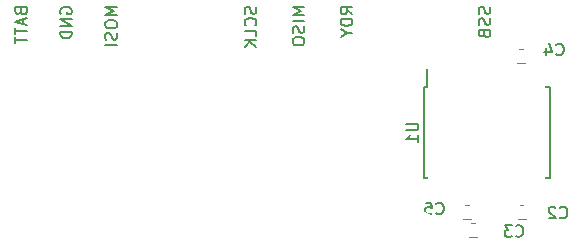
<source format=gbo>
G04 #@! TF.FileFunction,Legend,Bot*
%FSLAX46Y46*%
G04 Gerber Fmt 4.6, Leading zero omitted, Abs format (unit mm)*
G04 Created by KiCad (PCBNEW 4.0.6) date 08/03/17 08:27:10*
%MOMM*%
%LPD*%
G01*
G04 APERTURE LIST*
%ADD10C,0.100000*%
%ADD11C,0.200000*%
%ADD12C,0.120000*%
%ADD13C,0.150000*%
%ADD14C,2.400000*%
%ADD15C,3.400000*%
%ADD16C,6.400000*%
%ADD17R,1.600000X1.150000*%
%ADD18R,1.000000X1.900000*%
%ADD19R,2.100000X2.100000*%
%ADD20O,2.100000X2.100000*%
%ADD21R,3.400000X3.400000*%
G04 APERTURE END LIST*
D10*
D11*
X66063762Y-22288476D02*
X66111381Y-22431333D01*
X66111381Y-22669429D01*
X66063762Y-22764667D01*
X66016143Y-22812286D01*
X65920905Y-22859905D01*
X65825667Y-22859905D01*
X65730429Y-22812286D01*
X65682810Y-22764667D01*
X65635190Y-22669429D01*
X65587571Y-22478952D01*
X65539952Y-22383714D01*
X65492333Y-22336095D01*
X65397095Y-22288476D01*
X65301857Y-22288476D01*
X65206619Y-22336095D01*
X65159000Y-22383714D01*
X65111381Y-22478952D01*
X65111381Y-22717048D01*
X65159000Y-22859905D01*
X66063762Y-23240857D02*
X66111381Y-23383714D01*
X66111381Y-23621810D01*
X66063762Y-23717048D01*
X66016143Y-23764667D01*
X65920905Y-23812286D01*
X65825667Y-23812286D01*
X65730429Y-23764667D01*
X65682810Y-23717048D01*
X65635190Y-23621810D01*
X65587571Y-23431333D01*
X65539952Y-23336095D01*
X65492333Y-23288476D01*
X65397095Y-23240857D01*
X65301857Y-23240857D01*
X65206619Y-23288476D01*
X65159000Y-23336095D01*
X65111381Y-23431333D01*
X65111381Y-23669429D01*
X65159000Y-23812286D01*
X65587571Y-24574191D02*
X65635190Y-24717048D01*
X65682810Y-24764667D01*
X65778048Y-24812286D01*
X65920905Y-24812286D01*
X66016143Y-24764667D01*
X66063762Y-24717048D01*
X66111381Y-24621810D01*
X66111381Y-24240857D01*
X65111381Y-24240857D01*
X65111381Y-24574191D01*
X65159000Y-24669429D01*
X65206619Y-24717048D01*
X65301857Y-24764667D01*
X65397095Y-24764667D01*
X65492333Y-24717048D01*
X65539952Y-24669429D01*
X65587571Y-24574191D01*
X65587571Y-24240857D01*
X54427381Y-22907524D02*
X53951190Y-22574190D01*
X54427381Y-22336095D02*
X53427381Y-22336095D01*
X53427381Y-22717048D01*
X53475000Y-22812286D01*
X53522619Y-22859905D01*
X53617857Y-22907524D01*
X53760714Y-22907524D01*
X53855952Y-22859905D01*
X53903571Y-22812286D01*
X53951190Y-22717048D01*
X53951190Y-22336095D01*
X54427381Y-23336095D02*
X53427381Y-23336095D01*
X53427381Y-23574190D01*
X53475000Y-23717048D01*
X53570238Y-23812286D01*
X53665476Y-23859905D01*
X53855952Y-23907524D01*
X53998810Y-23907524D01*
X54189286Y-23859905D01*
X54284524Y-23812286D01*
X54379762Y-23717048D01*
X54427381Y-23574190D01*
X54427381Y-23336095D01*
X53951190Y-24526571D02*
X54427381Y-24526571D01*
X53427381Y-24193238D02*
X53951190Y-24526571D01*
X53427381Y-24859905D01*
X50363381Y-22336095D02*
X49363381Y-22336095D01*
X50077667Y-22669429D01*
X49363381Y-23002762D01*
X50363381Y-23002762D01*
X50363381Y-23478952D02*
X49363381Y-23478952D01*
X50315762Y-23907523D02*
X50363381Y-24050380D01*
X50363381Y-24288476D01*
X50315762Y-24383714D01*
X50268143Y-24431333D01*
X50172905Y-24478952D01*
X50077667Y-24478952D01*
X49982429Y-24431333D01*
X49934810Y-24383714D01*
X49887190Y-24288476D01*
X49839571Y-24097999D01*
X49791952Y-24002761D01*
X49744333Y-23955142D01*
X49649095Y-23907523D01*
X49553857Y-23907523D01*
X49458619Y-23955142D01*
X49411000Y-24002761D01*
X49363381Y-24097999D01*
X49363381Y-24336095D01*
X49411000Y-24478952D01*
X49363381Y-25097999D02*
X49363381Y-25288476D01*
X49411000Y-25383714D01*
X49506238Y-25478952D01*
X49696714Y-25526571D01*
X50030048Y-25526571D01*
X50220524Y-25478952D01*
X50315762Y-25383714D01*
X50363381Y-25288476D01*
X50363381Y-25097999D01*
X50315762Y-25002761D01*
X50220524Y-24907523D01*
X50030048Y-24859904D01*
X49696714Y-24859904D01*
X49506238Y-24907523D01*
X49411000Y-25002761D01*
X49363381Y-25097999D01*
X46251762Y-22288476D02*
X46299381Y-22431333D01*
X46299381Y-22669429D01*
X46251762Y-22764667D01*
X46204143Y-22812286D01*
X46108905Y-22859905D01*
X46013667Y-22859905D01*
X45918429Y-22812286D01*
X45870810Y-22764667D01*
X45823190Y-22669429D01*
X45775571Y-22478952D01*
X45727952Y-22383714D01*
X45680333Y-22336095D01*
X45585095Y-22288476D01*
X45489857Y-22288476D01*
X45394619Y-22336095D01*
X45347000Y-22383714D01*
X45299381Y-22478952D01*
X45299381Y-22717048D01*
X45347000Y-22859905D01*
X46204143Y-23859905D02*
X46251762Y-23812286D01*
X46299381Y-23669429D01*
X46299381Y-23574191D01*
X46251762Y-23431333D01*
X46156524Y-23336095D01*
X46061286Y-23288476D01*
X45870810Y-23240857D01*
X45727952Y-23240857D01*
X45537476Y-23288476D01*
X45442238Y-23336095D01*
X45347000Y-23431333D01*
X45299381Y-23574191D01*
X45299381Y-23669429D01*
X45347000Y-23812286D01*
X45394619Y-23859905D01*
X46299381Y-24764667D02*
X46299381Y-24288476D01*
X45299381Y-24288476D01*
X46299381Y-25098000D02*
X45299381Y-25098000D01*
X46299381Y-25669429D02*
X45727952Y-25240857D01*
X45299381Y-25669429D02*
X45870810Y-25098000D01*
X34511381Y-22336095D02*
X33511381Y-22336095D01*
X34225667Y-22669429D01*
X33511381Y-23002762D01*
X34511381Y-23002762D01*
X33511381Y-23669428D02*
X33511381Y-23859905D01*
X33559000Y-23955143D01*
X33654238Y-24050381D01*
X33844714Y-24098000D01*
X34178048Y-24098000D01*
X34368524Y-24050381D01*
X34463762Y-23955143D01*
X34511381Y-23859905D01*
X34511381Y-23669428D01*
X34463762Y-23574190D01*
X34368524Y-23478952D01*
X34178048Y-23431333D01*
X33844714Y-23431333D01*
X33654238Y-23478952D01*
X33559000Y-23574190D01*
X33511381Y-23669428D01*
X34463762Y-24478952D02*
X34511381Y-24621809D01*
X34511381Y-24859905D01*
X34463762Y-24955143D01*
X34416143Y-25002762D01*
X34320905Y-25050381D01*
X34225667Y-25050381D01*
X34130429Y-25002762D01*
X34082810Y-24955143D01*
X34035190Y-24859905D01*
X33987571Y-24669428D01*
X33939952Y-24574190D01*
X33892333Y-24526571D01*
X33797095Y-24478952D01*
X33701857Y-24478952D01*
X33606619Y-24526571D01*
X33559000Y-24574190D01*
X33511381Y-24669428D01*
X33511381Y-24907524D01*
X33559000Y-25050381D01*
X34511381Y-25478952D02*
X33511381Y-25478952D01*
X29726000Y-22859905D02*
X29678381Y-22764667D01*
X29678381Y-22621810D01*
X29726000Y-22478952D01*
X29821238Y-22383714D01*
X29916476Y-22336095D01*
X30106952Y-22288476D01*
X30249810Y-22288476D01*
X30440286Y-22336095D01*
X30535524Y-22383714D01*
X30630762Y-22478952D01*
X30678381Y-22621810D01*
X30678381Y-22717048D01*
X30630762Y-22859905D01*
X30583143Y-22907524D01*
X30249810Y-22907524D01*
X30249810Y-22717048D01*
X30678381Y-23336095D02*
X29678381Y-23336095D01*
X30678381Y-23907524D01*
X29678381Y-23907524D01*
X30678381Y-24383714D02*
X29678381Y-24383714D01*
X29678381Y-24621809D01*
X29726000Y-24764667D01*
X29821238Y-24859905D01*
X29916476Y-24907524D01*
X30106952Y-24955143D01*
X30249810Y-24955143D01*
X30440286Y-24907524D01*
X30535524Y-24859905D01*
X30630762Y-24764667D01*
X30678381Y-24621809D01*
X30678381Y-24383714D01*
X26344571Y-22669429D02*
X26392190Y-22812286D01*
X26439810Y-22859905D01*
X26535048Y-22907524D01*
X26677905Y-22907524D01*
X26773143Y-22859905D01*
X26820762Y-22812286D01*
X26868381Y-22717048D01*
X26868381Y-22336095D01*
X25868381Y-22336095D01*
X25868381Y-22669429D01*
X25916000Y-22764667D01*
X25963619Y-22812286D01*
X26058857Y-22859905D01*
X26154095Y-22859905D01*
X26249333Y-22812286D01*
X26296952Y-22764667D01*
X26344571Y-22669429D01*
X26344571Y-22336095D01*
X26582667Y-23288476D02*
X26582667Y-23764667D01*
X26868381Y-23193238D02*
X25868381Y-23526571D01*
X26868381Y-23859905D01*
X25868381Y-24050381D02*
X25868381Y-24621810D01*
X26868381Y-24336095D02*
X25868381Y-24336095D01*
X25868381Y-24812286D02*
X25868381Y-25383715D01*
X26868381Y-25098000D02*
X25868381Y-25098000D01*
D12*
X68446000Y-40284000D02*
X69146000Y-40284000D01*
X69146000Y-39084000D02*
X68446000Y-39084000D01*
X64316000Y-41808000D02*
X65016000Y-41808000D01*
X65016000Y-40608000D02*
X64316000Y-40608000D01*
X68380000Y-27076000D02*
X69080000Y-27076000D01*
X69080000Y-25876000D02*
X68380000Y-25876000D01*
X63808000Y-40284000D02*
X64508000Y-40284000D01*
X64508000Y-39084000D02*
X63808000Y-39084000D01*
D13*
X60484000Y-29055000D02*
X60759000Y-29055000D01*
X60484000Y-36805000D02*
X60839000Y-36805000D01*
X71134000Y-36805000D02*
X70779000Y-36805000D01*
X71134000Y-29055000D02*
X70779000Y-29055000D01*
X60484000Y-29055000D02*
X60484000Y-36805000D01*
X71134000Y-29055000D02*
X71134000Y-36805000D01*
X60759000Y-29055000D02*
X60759000Y-27530000D01*
X71995666Y-40101143D02*
X72043285Y-40148762D01*
X72186142Y-40196381D01*
X72281380Y-40196381D01*
X72424238Y-40148762D01*
X72519476Y-40053524D01*
X72567095Y-39958286D01*
X72614714Y-39767810D01*
X72614714Y-39624952D01*
X72567095Y-39434476D01*
X72519476Y-39339238D01*
X72424238Y-39244000D01*
X72281380Y-39196381D01*
X72186142Y-39196381D01*
X72043285Y-39244000D01*
X71995666Y-39291619D01*
X71614714Y-39291619D02*
X71567095Y-39244000D01*
X71471857Y-39196381D01*
X71233761Y-39196381D01*
X71138523Y-39244000D01*
X71090904Y-39291619D01*
X71043285Y-39386857D01*
X71043285Y-39482095D01*
X71090904Y-39624952D01*
X71662333Y-40196381D01*
X71043285Y-40196381D01*
X68261666Y-41672143D02*
X68309285Y-41719762D01*
X68452142Y-41767381D01*
X68547380Y-41767381D01*
X68690238Y-41719762D01*
X68785476Y-41624524D01*
X68833095Y-41529286D01*
X68880714Y-41338810D01*
X68880714Y-41195952D01*
X68833095Y-41005476D01*
X68785476Y-40910238D01*
X68690238Y-40815000D01*
X68547380Y-40767381D01*
X68452142Y-40767381D01*
X68309285Y-40815000D01*
X68261666Y-40862619D01*
X67928333Y-40767381D02*
X67309285Y-40767381D01*
X67642619Y-41148333D01*
X67499761Y-41148333D01*
X67404523Y-41195952D01*
X67356904Y-41243571D01*
X67309285Y-41338810D01*
X67309285Y-41576905D01*
X67356904Y-41672143D01*
X67404523Y-41719762D01*
X67499761Y-41767381D01*
X67785476Y-41767381D01*
X67880714Y-41719762D01*
X67928333Y-41672143D01*
X71690666Y-26305143D02*
X71738285Y-26352762D01*
X71881142Y-26400381D01*
X71976380Y-26400381D01*
X72119238Y-26352762D01*
X72214476Y-26257524D01*
X72262095Y-26162286D01*
X72309714Y-25971810D01*
X72309714Y-25828952D01*
X72262095Y-25638476D01*
X72214476Y-25543238D01*
X72119238Y-25448000D01*
X71976380Y-25400381D01*
X71881142Y-25400381D01*
X71738285Y-25448000D01*
X71690666Y-25495619D01*
X70833523Y-25733714D02*
X70833523Y-26400381D01*
X71071619Y-25352762D02*
X71309714Y-26067048D01*
X70690666Y-26067048D01*
X61530666Y-39767143D02*
X61578285Y-39814762D01*
X61721142Y-39862381D01*
X61816380Y-39862381D01*
X61959238Y-39814762D01*
X62054476Y-39719524D01*
X62102095Y-39624286D01*
X62149714Y-39433810D01*
X62149714Y-39290952D01*
X62102095Y-39100476D01*
X62054476Y-39005238D01*
X61959238Y-38910000D01*
X61816380Y-38862381D01*
X61721142Y-38862381D01*
X61578285Y-38910000D01*
X61530666Y-38957619D01*
X60625904Y-38862381D02*
X61102095Y-38862381D01*
X61149714Y-39338571D01*
X61102095Y-39290952D01*
X61006857Y-39243333D01*
X60768761Y-39243333D01*
X60673523Y-39290952D01*
X60625904Y-39338571D01*
X60578285Y-39433810D01*
X60578285Y-39671905D01*
X60625904Y-39767143D01*
X60673523Y-39814762D01*
X60768761Y-39862381D01*
X61006857Y-39862381D01*
X61102095Y-39814762D01*
X61149714Y-39767143D01*
X59011381Y-32168095D02*
X59820905Y-32168095D01*
X59916143Y-32215714D01*
X59963762Y-32263333D01*
X60011381Y-32358571D01*
X60011381Y-32549048D01*
X59963762Y-32644286D01*
X59916143Y-32691905D01*
X59820905Y-32739524D01*
X59011381Y-32739524D01*
X60011381Y-33739524D02*
X60011381Y-33168095D01*
X60011381Y-33453809D02*
X59011381Y-33453809D01*
X59154238Y-33358571D01*
X59249476Y-33263333D01*
X59297095Y-33168095D01*
%LPC*%
D14*
X49934000Y-27020000D03*
X55184000Y-36120000D03*
X44684000Y-36120000D03*
D15*
X75434000Y-33080000D03*
D16*
X40284000Y-42730000D03*
X59584000Y-42730000D03*
X40284000Y-23430000D03*
X59584000Y-23430000D03*
D17*
X67846000Y-39684000D03*
X69746000Y-39684000D03*
X63716000Y-41208000D03*
X65616000Y-41208000D03*
X67780000Y-26476000D03*
X69680000Y-26476000D03*
X63208000Y-39684000D03*
X65108000Y-39684000D03*
D18*
X61364000Y-28280000D03*
X62634000Y-28280000D03*
X63904000Y-28280000D03*
X65174000Y-28280000D03*
X66444000Y-28280000D03*
X67714000Y-28280000D03*
X68984000Y-28280000D03*
X70254000Y-28280000D03*
X70254000Y-37580000D03*
X68984000Y-37580000D03*
X67714000Y-37580000D03*
X66444000Y-37580000D03*
X65174000Y-37580000D03*
X63904000Y-37580000D03*
X62634000Y-37580000D03*
X61364000Y-37580000D03*
D19*
X25934000Y-43240000D03*
D20*
X25934000Y-45780000D03*
D19*
X74064000Y-20380000D03*
D20*
X74064000Y-22920000D03*
D15*
X24434000Y-33080000D03*
D21*
X65682000Y-20380000D03*
X53998000Y-20380000D03*
X49934000Y-20380000D03*
X45870000Y-20380000D03*
X34059000Y-20380000D03*
X26439000Y-20380000D03*
X30249000Y-20380000D03*
M02*

</source>
